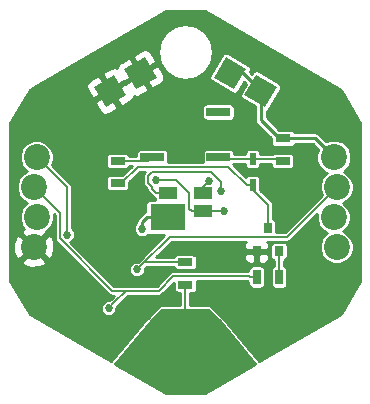
<source format=gbl>
%TF.GenerationSoftware,KiCad,Pcbnew,4.0.7-e2-6376~60~ubuntu17.10.1*%
%TF.CreationDate,2017-11-05T00:08:28+01:00*%
%TF.ProjectId,blinker,626C696E6B65722E6B696361645F7063,rev?*%
%TF.FileFunction,Copper,L2,Bot,Signal*%
%FSLAX46Y46*%
G04 Gerber Fmt 4.6, Leading zero omitted, Abs format (unit mm)*
G04 Created by KiCad (PCBNEW 4.0.7-e2-6376~60~ubuntu17.10.1) date Sun Nov  5 00:08:28 2017*
%MOMM*%
%LPD*%
G01*
G04 APERTURE LIST*
%ADD10C,0.127000*%
%ADD11R,4.064000X4.064000*%
%ADD12R,0.600000X1.100000*%
%ADD13C,2.200000*%
%ADD14R,2.000000X0.700000*%
%ADD15R,1.500000X1.100000*%
%ADD16R,3.000000X2.200000*%
%ADD17R,0.800000X0.900000*%
%ADD18R,1.300000X0.700000*%
%ADD19R,0.700000X1.300000*%
%ADD20C,0.685800*%
%ADD21C,0.200000*%
%ADD22C,0.254000*%
G04 APERTURE END LIST*
D10*
D11*
X0Y-11430000D03*
D12*
X5715000Y1440000D03*
X5715000Y3640000D03*
D13*
X12827000Y-3810000D03*
D14*
X-2800000Y3815000D03*
X2800000Y3815000D03*
X2800000Y7615000D03*
D13*
X-12827000Y1270000D03*
X12573000Y-1270000D03*
X-12827000Y-3810000D03*
D10*
G36*
X-7745063Y9776025D02*
X-6013013Y10776025D01*
X-5013013Y9043975D01*
X-6745063Y8043975D01*
X-7745063Y9776025D01*
X-7745063Y9776025D01*
G37*
G36*
X-5146987Y11276025D02*
X-3414937Y12276025D01*
X-2414937Y10543975D01*
X-4146987Y9543975D01*
X-5146987Y11276025D01*
X-5146987Y11276025D01*
G37*
D15*
X-1500000Y-750000D03*
D16*
X-1500000Y-1300000D03*
D15*
X1500000Y-750000D03*
X1500000Y750000D03*
X-1500000Y750000D03*
D17*
X7935000Y-4175000D03*
X6035000Y-4175000D03*
X6985000Y-2175000D03*
D18*
X8255000Y5395000D03*
X8255000Y3495000D03*
D19*
X7935000Y-6350000D03*
X6035000Y-6350000D03*
D18*
X0Y-5100000D03*
X0Y-7000000D03*
X-5715000Y1590000D03*
X-5715000Y3490000D03*
D13*
X-12573000Y-1270000D03*
X-12573000Y3810000D03*
X12827000Y1270000D03*
X12573000Y3810000D03*
D10*
G36*
X6745063Y8043975D02*
X5013013Y9043975D01*
X6013013Y10776025D01*
X7745063Y9776025D01*
X6745063Y8043975D01*
X6745063Y8043975D01*
G37*
G36*
X4146987Y9543975D02*
X2414937Y10543975D01*
X3414937Y12276025D01*
X5146987Y11276025D01*
X4146987Y9543975D01*
X4146987Y9543975D01*
G37*
D20*
X-6500000Y-9000000D03*
X-3648271Y-2250000D03*
X-2500000Y1907091D03*
X3250000Y-750000D03*
X2000000Y1750000D03*
X3004999Y954999D03*
X-10000000Y-2750000D03*
X-4095130Y-5707580D03*
D21*
X-5715000Y3490000D02*
X-3125000Y3490000D01*
X-3125000Y3490000D02*
X-2800000Y3815000D01*
X5715000Y3640000D02*
X8110000Y3640000D01*
X8110000Y3640000D02*
X8255000Y3495000D01*
X5715000Y3640000D02*
X2975000Y3640000D01*
X2975000Y3640000D02*
X2800000Y3815000D01*
X6035000Y-6350000D02*
X5485000Y-6350000D01*
X-2250000Y-7500000D02*
X-5000000Y-7500000D01*
X5485000Y-6350000D02*
X5385000Y-6250000D01*
X5385000Y-6250000D02*
X-1000000Y-6250000D01*
X-1000000Y-6250000D02*
X-2250000Y-7500000D01*
X-5000000Y-7500000D02*
X-6000000Y-8500000D01*
X-6000000Y-8500000D02*
X-6500000Y-9000000D01*
X-12827000Y1270000D02*
X-10642902Y-914098D01*
X-10642902Y-3058594D02*
X-6201496Y-7500000D01*
X-10642902Y-914098D02*
X-10642902Y-3058594D01*
X-6201496Y-7500000D02*
X-5000000Y-7500000D01*
D22*
X6379038Y9410000D02*
X4879038Y10910000D01*
X4879038Y10910000D02*
X3780962Y10910000D01*
X8255000Y5395000D02*
X7955000Y5395000D01*
X6379038Y8155300D02*
X6379038Y9410000D01*
X7955000Y5395000D02*
X6379038Y6970962D01*
X6379038Y6970962D02*
X6379038Y8155300D01*
X8255000Y5395000D02*
X10988000Y5395000D01*
X10988000Y5395000D02*
X12573000Y3810000D01*
X-1500000Y-1300000D02*
X-3254000Y-1300000D01*
X-3254000Y-1300000D02*
X-3648271Y-1694271D01*
X-3648271Y-1694271D02*
X-3648271Y-2250000D01*
D21*
X5715000Y1440000D02*
X5715000Y1035000D01*
X5715000Y1035000D02*
X7000000Y-250000D01*
X7000000Y-250000D02*
X7000000Y-2110000D01*
X7000000Y-2110000D02*
X6985000Y-2125000D01*
X6985000Y-2125000D02*
X6985000Y-2175000D01*
X-4005000Y3000000D02*
X3655000Y3000000D01*
X3655000Y3000000D02*
X5215000Y1440000D01*
X5215000Y1440000D02*
X5715000Y1440000D01*
X-5715000Y1590000D02*
X-5415000Y1590000D01*
X-5415000Y1590000D02*
X-4005000Y3000000D01*
X0Y-7000000D02*
X0Y-11430000D01*
X1500000Y-750000D02*
X550000Y-750000D01*
X-2015067Y1907091D02*
X-2500000Y1907091D01*
X-817089Y1907091D02*
X-2015067Y1907091D01*
X354001Y736001D02*
X-817089Y1907091D01*
X354001Y-554001D02*
X354001Y736001D01*
X550000Y-750000D02*
X354001Y-554001D01*
X3250000Y-750000D02*
X1500000Y-750000D01*
X1500000Y1250000D02*
X2000000Y1750000D01*
X1500000Y750000D02*
X1500000Y1250000D01*
X3004999Y1696497D02*
X3004999Y1439932D01*
X3004999Y1439932D02*
X3004999Y954999D01*
X-3142901Y2215684D02*
X-2808593Y2549992D01*
X-3142901Y1598498D02*
X-3142901Y2215684D01*
X-2808593Y1264190D02*
X-3142901Y1598498D01*
X2151504Y2549992D02*
X3004999Y1696497D01*
X-2808593Y2549992D02*
X2151504Y2549992D01*
X-2808593Y1108593D02*
X-2808593Y1264190D01*
X-2450000Y750000D02*
X-2808593Y1108593D01*
X-1500000Y750000D02*
X-2450000Y750000D01*
X-10000000Y-2265067D02*
X-10000000Y-2750000D01*
X-10000000Y1237000D02*
X-10000000Y-2265067D01*
X-12573000Y3810000D02*
X-10000000Y1237000D01*
X0Y-5100000D02*
X-3487550Y-5100000D01*
X-3487550Y-5100000D02*
X-4095130Y-5707580D01*
X-3752231Y-5364681D02*
X-4095130Y-5707580D01*
X-1312551Y-2925001D02*
X-3752231Y-5364681D01*
X8631999Y-2925001D02*
X-1312551Y-2925001D01*
X12827000Y1270000D02*
X8631999Y-2925001D01*
X7935000Y-4175000D02*
X7935000Y-6350000D01*
D22*
G36*
X13180648Y9499137D02*
X14812100Y6658536D01*
X14812100Y-6658536D01*
X13180648Y-9499137D01*
X6269148Y-13486541D01*
X3214641Y-9821132D01*
X3197566Y-9802434D01*
X2197566Y-8802434D01*
X2108702Y-8742613D01*
X2000000Y-8720600D01*
X427000Y-8720600D01*
X427000Y-7683406D01*
X650000Y-7683406D01*
X771179Y-7660605D01*
X882474Y-7588988D01*
X957138Y-7479714D01*
X983406Y-7350000D01*
X983406Y-6677000D01*
X5220577Y-6677000D01*
X5321594Y-6744497D01*
X5351594Y-6750464D01*
X5351594Y-7000000D01*
X5374395Y-7121179D01*
X5446012Y-7232474D01*
X5555286Y-7307138D01*
X5685000Y-7333406D01*
X6385000Y-7333406D01*
X6506179Y-7310605D01*
X6617474Y-7238988D01*
X6692138Y-7129714D01*
X6718406Y-7000000D01*
X6718406Y-5700000D01*
X6695605Y-5578821D01*
X6623988Y-5467526D01*
X6514714Y-5392862D01*
X6385000Y-5366594D01*
X5685000Y-5366594D01*
X5563821Y-5389395D01*
X5452526Y-5461012D01*
X5377862Y-5570286D01*
X5351594Y-5700000D01*
X5351594Y-5823000D01*
X-999995Y-5823000D01*
X-1000000Y-5822999D01*
X-1163406Y-5855503D01*
X-1301935Y-5948065D01*
X-2426870Y-7073000D01*
X-4999995Y-7073000D01*
X-5000000Y-7072999D01*
X-5000005Y-7073000D01*
X-6024627Y-7073000D01*
X-9733082Y-3364545D01*
X-9621028Y-3318245D01*
X-9432418Y-3129963D01*
X-9330217Y-2883836D01*
X-9329984Y-2617333D01*
X-9431755Y-2371028D01*
X-9573000Y-2229537D01*
X-9573000Y1237000D01*
X-9605503Y1400406D01*
X-9698065Y1538935D01*
X-9698068Y1538937D01*
X-11304037Y3144907D01*
X-11146248Y3524907D01*
X-11145973Y3840000D01*
X-6698406Y3840000D01*
X-6698406Y3140000D01*
X-6675605Y3018821D01*
X-6603988Y2907526D01*
X-6494714Y2832862D01*
X-6365000Y2806594D01*
X-5065000Y2806594D01*
X-4943821Y2829395D01*
X-4832526Y2901012D01*
X-4757862Y3010286D01*
X-4747187Y3063000D01*
X-4545870Y3063000D01*
X-5335464Y2273406D01*
X-6365000Y2273406D01*
X-6486179Y2250605D01*
X-6597474Y2178988D01*
X-6672138Y2069714D01*
X-6698406Y1940000D01*
X-6698406Y1240000D01*
X-6675605Y1118821D01*
X-6603988Y1007526D01*
X-6494714Y932862D01*
X-6365000Y906594D01*
X-5065000Y906594D01*
X-4943821Y929395D01*
X-4832526Y1001012D01*
X-4757862Y1110286D01*
X-4731594Y1240000D01*
X-4731594Y1669536D01*
X-3828130Y2573000D01*
X-3389455Y2573000D01*
X-3444836Y2517619D01*
X-3537398Y2379090D01*
X-3569902Y2215684D01*
X-3569901Y2215679D01*
X-3569901Y1598503D01*
X-3569902Y1598498D01*
X-3537398Y1435092D01*
X-3444836Y1296563D01*
X-3230312Y1082039D01*
X-3203090Y945187D01*
X-3110528Y806658D01*
X-2751935Y448065D01*
X-2613406Y355503D01*
X-2583406Y349536D01*
X-2583406Y200000D01*
X-2581235Y188464D01*
X-3000000Y188464D01*
X-3141190Y161897D01*
X-3270865Y78454D01*
X-3357859Y-48866D01*
X-3388464Y-200000D01*
X-3388464Y-818746D01*
X-3416150Y-824254D01*
X-3448404Y-830669D01*
X-3613211Y-940790D01*
X-4007481Y-1335061D01*
X-4117602Y-1499868D01*
X-4156271Y-1694271D01*
X-4156271Y-1734257D01*
X-4261606Y-1839408D01*
X-4372045Y-2105376D01*
X-4372296Y-2393361D01*
X-4262321Y-2659521D01*
X-4058863Y-2863335D01*
X-3792895Y-2973774D01*
X-3504910Y-2974025D01*
X-3238750Y-2864050D01*
X-3135537Y-2761017D01*
X-3000000Y-2788464D01*
X-1779883Y-2788464D01*
X-3789485Y-4798065D01*
X-4029158Y-5037738D01*
X-4227797Y-5037564D01*
X-4474102Y-5139335D01*
X-4662712Y-5327617D01*
X-4764913Y-5573744D01*
X-4765146Y-5840247D01*
X-4663375Y-6086552D01*
X-4475093Y-6275162D01*
X-4228966Y-6377363D01*
X-3962463Y-6377596D01*
X-3716158Y-6275825D01*
X-3527548Y-6087543D01*
X-3425347Y-5841416D01*
X-3425172Y-5641492D01*
X-3310680Y-5527000D01*
X-968918Y-5527000D01*
X-960605Y-5571179D01*
X-888988Y-5682474D01*
X-779714Y-5757138D01*
X-650000Y-5783406D01*
X650000Y-5783406D01*
X771179Y-5760605D01*
X882474Y-5688988D01*
X957138Y-5579714D01*
X983406Y-5450000D01*
X983406Y-4750000D01*
X960605Y-4628821D01*
X888988Y-4517526D01*
X805894Y-4460750D01*
X5000000Y-4460750D01*
X5000000Y-4751309D01*
X5096673Y-4984698D01*
X5275301Y-5163327D01*
X5508690Y-5260000D01*
X5749250Y-5260000D01*
X5908000Y-5101250D01*
X5908000Y-4302000D01*
X6162000Y-4302000D01*
X6162000Y-5101250D01*
X6320750Y-5260000D01*
X6561310Y-5260000D01*
X6794699Y-5163327D01*
X6973327Y-4984698D01*
X7070000Y-4751309D01*
X7070000Y-4460750D01*
X6911250Y-4302000D01*
X6162000Y-4302000D01*
X5908000Y-4302000D01*
X5158750Y-4302000D01*
X5000000Y-4460750D01*
X805894Y-4460750D01*
X779714Y-4442862D01*
X650000Y-4416594D01*
X-650000Y-4416594D01*
X-771179Y-4439395D01*
X-882474Y-4511012D01*
X-957138Y-4620286D01*
X-967813Y-4673000D01*
X-2456680Y-4673000D01*
X-1135682Y-3352001D01*
X5109974Y-3352001D01*
X5096673Y-3365302D01*
X5000000Y-3598691D01*
X5000000Y-3889250D01*
X5158750Y-4048000D01*
X5908000Y-4048000D01*
X5908000Y-4028000D01*
X6162000Y-4028000D01*
X6162000Y-4048000D01*
X6911250Y-4048000D01*
X7070000Y-3889250D01*
X7070000Y-3725000D01*
X7201594Y-3725000D01*
X7201594Y-4625000D01*
X7224395Y-4746179D01*
X7296012Y-4857474D01*
X7405286Y-4932138D01*
X7508000Y-4952938D01*
X7508000Y-5381082D01*
X7463821Y-5389395D01*
X7352526Y-5461012D01*
X7277862Y-5570286D01*
X7251594Y-5700000D01*
X7251594Y-7000000D01*
X7274395Y-7121179D01*
X7346012Y-7232474D01*
X7455286Y-7307138D01*
X7585000Y-7333406D01*
X8285000Y-7333406D01*
X8406179Y-7310605D01*
X8517474Y-7238988D01*
X8592138Y-7129714D01*
X8618406Y-7000000D01*
X8618406Y-5700000D01*
X8595605Y-5578821D01*
X8523988Y-5467526D01*
X8414714Y-5392862D01*
X8362000Y-5382187D01*
X8362000Y-4953326D01*
X8456179Y-4935605D01*
X8567474Y-4863988D01*
X8642138Y-4754714D01*
X8668406Y-4625000D01*
X8668406Y-3725000D01*
X8645605Y-3603821D01*
X8573988Y-3492526D01*
X8464714Y-3417862D01*
X8335000Y-3391594D01*
X7535000Y-3391594D01*
X7413821Y-3414395D01*
X7302526Y-3486012D01*
X7227862Y-3595286D01*
X7201594Y-3725000D01*
X7070000Y-3725000D01*
X7070000Y-3598691D01*
X6973327Y-3365302D01*
X6960026Y-3352001D01*
X8631994Y-3352001D01*
X8631999Y-3352002D01*
X8795405Y-3319498D01*
X8933934Y-3226936D01*
X11146222Y-1014647D01*
X11145752Y-1552603D01*
X11362543Y-2077275D01*
X11763614Y-2479047D01*
X12036805Y-2592486D01*
X12019725Y-2599543D01*
X11617953Y-3000614D01*
X11400248Y-3524907D01*
X11399752Y-4092603D01*
X11616543Y-4617275D01*
X12017614Y-5019047D01*
X12541907Y-5236752D01*
X13109603Y-5237248D01*
X13634275Y-5020457D01*
X14036047Y-4619386D01*
X14253752Y-4095093D01*
X14254248Y-3527397D01*
X14037457Y-3002725D01*
X13636386Y-2600953D01*
X13363195Y-2487514D01*
X13380275Y-2480457D01*
X13782047Y-2079386D01*
X13999752Y-1555093D01*
X14000248Y-987397D01*
X13783457Y-462725D01*
X13382386Y-60953D01*
X13362569Y-52724D01*
X13634275Y59543D01*
X14036047Y460614D01*
X14253752Y984907D01*
X14254248Y1552603D01*
X14037457Y2077275D01*
X13636386Y2479047D01*
X13424245Y2567135D01*
X13827799Y2969985D01*
X14053743Y3514118D01*
X14054257Y4103297D01*
X13829263Y4647823D01*
X13413015Y5064799D01*
X12868882Y5290743D01*
X12279703Y5291257D01*
X11947448Y5153972D01*
X11347210Y5754210D01*
X11182403Y5864331D01*
X10988000Y5903000D01*
X9256080Y5903000D01*
X9183454Y6015865D01*
X9056134Y6102859D01*
X8905000Y6133464D01*
X7934956Y6133464D01*
X6887038Y7181382D01*
X6887038Y7689790D01*
X6979410Y7734160D01*
X7081483Y7849743D01*
X8081483Y9581793D01*
X8129070Y9717350D01*
X8121644Y9871374D01*
X8054878Y10010372D01*
X7939295Y10112445D01*
X6207245Y11112445D01*
X6071688Y11160032D01*
X5917664Y11152606D01*
X5778666Y11085840D01*
X5676593Y10970257D01*
X5625572Y10881886D01*
X5462272Y11045186D01*
X5483407Y11081793D01*
X5530994Y11217350D01*
X5523568Y11371374D01*
X5456802Y11510372D01*
X5341219Y11612445D01*
X3609169Y12612445D01*
X3473612Y12660032D01*
X3319588Y12652606D01*
X3180590Y12585840D01*
X3078517Y12470257D01*
X2078517Y10738207D01*
X2030930Y10602650D01*
X2038356Y10448626D01*
X2105122Y10309628D01*
X2220705Y10207555D01*
X3952755Y9207555D01*
X4088312Y9159968D01*
X4242336Y9167394D01*
X4381334Y9234160D01*
X4483407Y9349743D01*
X4936352Y10134266D01*
X5099652Y9970966D01*
X4676593Y9238207D01*
X4629006Y9102650D01*
X4636432Y8948626D01*
X4703198Y8809628D01*
X4818781Y8707555D01*
X5871038Y8100034D01*
X5871038Y6970962D01*
X5909707Y6776559D01*
X6019828Y6611752D01*
X7216536Y5415044D01*
X7216536Y5045000D01*
X7243103Y4903810D01*
X7326546Y4774135D01*
X7453866Y4687141D01*
X7605000Y4656536D01*
X8905000Y4656536D01*
X9046190Y4683103D01*
X9175865Y4766546D01*
X9258168Y4887000D01*
X10777580Y4887000D01*
X11229113Y4435467D01*
X11092257Y4105882D01*
X11091743Y3516703D01*
X11316737Y2972177D01*
X11732985Y2555201D01*
X11988369Y2449156D01*
X11617953Y2079386D01*
X11400248Y1555093D01*
X11399752Y987397D01*
X11557866Y604735D01*
X8455129Y-2498001D01*
X7718406Y-2498001D01*
X7718406Y-1725000D01*
X7695605Y-1603821D01*
X7623988Y-1492526D01*
X7514714Y-1417862D01*
X7427000Y-1400099D01*
X7427000Y-250000D01*
X7394497Y-86594D01*
X7301935Y51935D01*
X7301932Y51937D01*
X6348406Y1005464D01*
X6348406Y1990000D01*
X6325605Y2111179D01*
X6253988Y2222474D01*
X6144714Y2297138D01*
X6015000Y2323406D01*
X5415000Y2323406D01*
X5293821Y2300605D01*
X5182526Y2228988D01*
X5120565Y2138305D01*
X4045870Y3213000D01*
X5081594Y3213000D01*
X5081594Y3090000D01*
X5104395Y2968821D01*
X5176012Y2857526D01*
X5285286Y2782862D01*
X5415000Y2756594D01*
X6015000Y2756594D01*
X6136179Y2779395D01*
X6247474Y2851012D01*
X6322138Y2960286D01*
X6348406Y3090000D01*
X6348406Y3213000D01*
X7271594Y3213000D01*
X7271594Y3145000D01*
X7294395Y3023821D01*
X7366012Y2912526D01*
X7475286Y2837862D01*
X7605000Y2811594D01*
X8905000Y2811594D01*
X9026179Y2834395D01*
X9137474Y2906012D01*
X9212138Y3015286D01*
X9238406Y3145000D01*
X9238406Y3845000D01*
X9215605Y3966179D01*
X9143988Y4077474D01*
X9034714Y4152138D01*
X8905000Y4178406D01*
X7605000Y4178406D01*
X7483821Y4155605D01*
X7372526Y4083988D01*
X7360919Y4067000D01*
X6348406Y4067000D01*
X6348406Y4190000D01*
X6325605Y4311179D01*
X6253988Y4422474D01*
X6144714Y4497138D01*
X6015000Y4523406D01*
X5415000Y4523406D01*
X5293821Y4500605D01*
X5182526Y4428988D01*
X5107862Y4319714D01*
X5081594Y4190000D01*
X5081594Y4067000D01*
X4133406Y4067000D01*
X4133406Y4165000D01*
X4110605Y4286179D01*
X4038988Y4397474D01*
X3929714Y4472138D01*
X3800000Y4498406D01*
X1800000Y4498406D01*
X1678821Y4475605D01*
X1567526Y4403988D01*
X1492862Y4294714D01*
X1466594Y4165000D01*
X1466594Y3465000D01*
X1473744Y3427000D01*
X-1474289Y3427000D01*
X-1466594Y3465000D01*
X-1466594Y4165000D01*
X-1489395Y4286179D01*
X-1561012Y4397474D01*
X-1670286Y4472138D01*
X-1800000Y4498406D01*
X-3800000Y4498406D01*
X-3921179Y4475605D01*
X-4032474Y4403988D01*
X-4107138Y4294714D01*
X-4133406Y4165000D01*
X-4133406Y3917000D01*
X-4746082Y3917000D01*
X-4754395Y3961179D01*
X-4826012Y4072474D01*
X-4935286Y4147138D01*
X-5065000Y4173406D01*
X-6365000Y4173406D01*
X-6486179Y4150605D01*
X-6597474Y4078988D01*
X-6672138Y3969714D01*
X-6698406Y3840000D01*
X-11145973Y3840000D01*
X-11145752Y4092603D01*
X-11362543Y4617275D01*
X-11763614Y5019047D01*
X-12287907Y5236752D01*
X-12855603Y5237248D01*
X-13380275Y5020457D01*
X-13782047Y4619386D01*
X-13999752Y4095093D01*
X-14000248Y3527397D01*
X-13783457Y3002725D01*
X-13382386Y2600953D01*
X-13362569Y2592724D01*
X-13634275Y2480457D01*
X-14036047Y2079386D01*
X-14253752Y1555093D01*
X-14254248Y987397D01*
X-14037457Y462725D01*
X-13636386Y60953D01*
X-13363195Y-52486D01*
X-13380275Y-59543D01*
X-13782047Y-460614D01*
X-13999752Y-984907D01*
X-14000248Y-1552603D01*
X-13783457Y-2077275D01*
X-13614117Y-2246911D01*
X-13761359Y-2307901D01*
X-13872263Y-2585132D01*
X-12827000Y-3630395D01*
X-11781737Y-2585132D01*
X-11815400Y-2500983D01*
X-11765725Y-2480457D01*
X-11363953Y-2079386D01*
X-11146248Y-1555093D01*
X-11145776Y-1015094D01*
X-11069902Y-1090968D01*
X-11069902Y-3058589D01*
X-11069903Y-3058594D01*
X-11037399Y-3222000D01*
X-10944837Y-3360529D01*
X-6503433Y-7801932D01*
X-6503431Y-7801935D01*
X-6364902Y-7894497D01*
X-6201496Y-7927001D01*
X-6201491Y-7927000D01*
X-6030870Y-7927000D01*
X-6301935Y-8198065D01*
X-6301937Y-8198068D01*
X-6434027Y-8330158D01*
X-6632667Y-8329984D01*
X-6878972Y-8431755D01*
X-7067582Y-8620037D01*
X-7169783Y-8866164D01*
X-7170016Y-9132667D01*
X-7068245Y-9378972D01*
X-6879963Y-9567582D01*
X-6633836Y-9669783D01*
X-6367333Y-9670016D01*
X-6121028Y-9568245D01*
X-5932418Y-9379963D01*
X-5830217Y-9133836D01*
X-5830042Y-8933911D01*
X-5698068Y-8801937D01*
X-5698065Y-8801935D01*
X-4823131Y-7927000D01*
X-2250005Y-7927000D01*
X-2250000Y-7927001D01*
X-2086594Y-7894497D01*
X-1948065Y-7801935D01*
X-983406Y-6837276D01*
X-983406Y-7350000D01*
X-960605Y-7471179D01*
X-888988Y-7582474D01*
X-779714Y-7657138D01*
X-650000Y-7683406D01*
X-427000Y-7683406D01*
X-427000Y-8720600D01*
X-2000000Y-8720600D01*
X-2105136Y-8741136D01*
X-2197566Y-8802434D01*
X-3197566Y-9802434D01*
X-3214641Y-9821132D01*
X-6269148Y-13486541D01*
X-13180648Y-9499137D01*
X-14812100Y-6658536D01*
X-14812100Y-5034868D01*
X-13872263Y-5034868D01*
X-13761359Y-5312099D01*
X-13115407Y-5555323D01*
X-12425547Y-5532836D01*
X-11892641Y-5312099D01*
X-11781737Y-5034868D01*
X-12827000Y-3989605D01*
X-13872263Y-5034868D01*
X-14812100Y-5034868D01*
X-14812100Y-3521593D01*
X-14572323Y-3521593D01*
X-14549836Y-4211453D01*
X-14329099Y-4744359D01*
X-14051868Y-4855263D01*
X-13006605Y-3810000D01*
X-12647395Y-3810000D01*
X-11602132Y-4855263D01*
X-11324901Y-4744359D01*
X-11081677Y-4098407D01*
X-11104164Y-3408547D01*
X-11324901Y-2875641D01*
X-11602132Y-2764737D01*
X-12647395Y-3810000D01*
X-13006605Y-3810000D01*
X-14051868Y-2764737D01*
X-14329099Y-2875641D01*
X-14572323Y-3521593D01*
X-14812100Y-3521593D01*
X-14812100Y6658536D01*
X-13843489Y8345033D01*
X-7652115Y8345033D01*
X-7231835Y7617088D01*
X-7031419Y7463303D01*
X-6787408Y7397920D01*
X-6536951Y7430893D01*
X-6318177Y7557203D01*
X-5809005Y7851173D01*
X-5778505Y7965000D01*
X1411536Y7965000D01*
X1411536Y7265000D01*
X1438103Y7123810D01*
X1521546Y6994135D01*
X1648866Y6907141D01*
X1800000Y6876536D01*
X3800000Y6876536D01*
X3941190Y6903103D01*
X4070865Y6986546D01*
X4157859Y7113866D01*
X4188464Y7265000D01*
X4188464Y7965000D01*
X4161897Y8106190D01*
X4078454Y8235865D01*
X3951134Y8322859D01*
X3800000Y8353464D01*
X1800000Y8353464D01*
X1658810Y8326897D01*
X1529135Y8243454D01*
X1442141Y8116134D01*
X1411536Y7965000D01*
X-5778505Y7965000D01*
X-5750898Y8068030D01*
X-6425523Y9236515D01*
X-7594008Y8561890D01*
X-7652115Y8345033D01*
X-13843489Y8345033D01*
X-13180648Y9499137D01*
X-12627311Y9818370D01*
X-8391117Y9818370D01*
X-8358144Y9567912D01*
X-7937865Y8839967D01*
X-7721008Y8781860D01*
X-6713552Y9363515D01*
X-6205553Y9363515D01*
X-5530928Y8195030D01*
X-5314071Y8136923D01*
X-4804899Y8430894D01*
X-4586125Y8557203D01*
X-4432341Y8757619D01*
X-4380988Y8949274D01*
X-4189332Y8897920D01*
X-3938875Y8930893D01*
X-3720101Y9057203D01*
X-3210929Y9351173D01*
X-3152822Y9568030D01*
X-3827447Y10736515D01*
X-4995932Y10061890D01*
X-5004625Y10029447D01*
X-5037068Y10038140D01*
X-6205553Y9363515D01*
X-6713552Y9363515D01*
X-6552523Y9456485D01*
X-7227148Y10624970D01*
X-7444005Y10683077D01*
X-7953177Y10389106D01*
X-8171951Y10262797D01*
X-8325735Y10062381D01*
X-8391117Y9818370D01*
X-12627311Y9818370D01*
X-11009071Y10751970D01*
X-7007178Y10751970D01*
X-6332553Y9583485D01*
X-5164068Y10258110D01*
X-5155375Y10290553D01*
X-5122932Y10281860D01*
X-4115476Y10863515D01*
X-3607477Y10863515D01*
X-2932852Y9695030D01*
X-2715995Y9636923D01*
X-2206823Y9930894D01*
X-1988049Y10057203D01*
X-1834265Y10257619D01*
X-1768883Y10501630D01*
X-1801856Y10752088D01*
X-2222135Y11480033D01*
X-2438992Y11538140D01*
X-3607477Y10863515D01*
X-4115476Y10863515D01*
X-3954447Y10956485D01*
X-4629072Y12124970D01*
X-4845929Y12183077D01*
X-5355101Y11889106D01*
X-5573875Y11762797D01*
X-5727659Y11562381D01*
X-5779012Y11370726D01*
X-5970668Y11422080D01*
X-6221125Y11389107D01*
X-6439899Y11262797D01*
X-6949071Y10968827D01*
X-7007178Y10751970D01*
X-11009071Y10751970D01*
X-8409071Y12251970D01*
X-4409102Y12251970D01*
X-3734477Y11083485D01*
X-2565992Y11758110D01*
X-2507885Y11974967D01*
X-2926483Y12700000D01*
X-2345398Y12700000D01*
X-2166865Y11802455D01*
X-1658447Y11041553D01*
X-897545Y10533135D01*
X0Y10354602D01*
X897545Y10533135D01*
X1658447Y11041553D01*
X2166865Y11802455D01*
X2345398Y12700000D01*
X2166865Y13597545D01*
X1658447Y14358447D01*
X897545Y14866865D01*
X0Y15045398D01*
X-897545Y14866865D01*
X-1658447Y14358447D01*
X-2166865Y13597545D01*
X-2345398Y12700000D01*
X-2926483Y12700000D01*
X-2928165Y12702912D01*
X-3128581Y12856697D01*
X-3372592Y12922080D01*
X-3623049Y12889107D01*
X-3841823Y12762797D01*
X-4350995Y12468827D01*
X-4409102Y12251970D01*
X-8409071Y12251970D01*
X-1640179Y16157100D01*
X1640179Y16157100D01*
X13180648Y9499137D01*
X13180648Y9499137D01*
G37*
X13180648Y9499137D02*
X14812100Y6658536D01*
X14812100Y-6658536D01*
X13180648Y-9499137D01*
X6269148Y-13486541D01*
X3214641Y-9821132D01*
X3197566Y-9802434D01*
X2197566Y-8802434D01*
X2108702Y-8742613D01*
X2000000Y-8720600D01*
X427000Y-8720600D01*
X427000Y-7683406D01*
X650000Y-7683406D01*
X771179Y-7660605D01*
X882474Y-7588988D01*
X957138Y-7479714D01*
X983406Y-7350000D01*
X983406Y-6677000D01*
X5220577Y-6677000D01*
X5321594Y-6744497D01*
X5351594Y-6750464D01*
X5351594Y-7000000D01*
X5374395Y-7121179D01*
X5446012Y-7232474D01*
X5555286Y-7307138D01*
X5685000Y-7333406D01*
X6385000Y-7333406D01*
X6506179Y-7310605D01*
X6617474Y-7238988D01*
X6692138Y-7129714D01*
X6718406Y-7000000D01*
X6718406Y-5700000D01*
X6695605Y-5578821D01*
X6623988Y-5467526D01*
X6514714Y-5392862D01*
X6385000Y-5366594D01*
X5685000Y-5366594D01*
X5563821Y-5389395D01*
X5452526Y-5461012D01*
X5377862Y-5570286D01*
X5351594Y-5700000D01*
X5351594Y-5823000D01*
X-999995Y-5823000D01*
X-1000000Y-5822999D01*
X-1163406Y-5855503D01*
X-1301935Y-5948065D01*
X-2426870Y-7073000D01*
X-4999995Y-7073000D01*
X-5000000Y-7072999D01*
X-5000005Y-7073000D01*
X-6024627Y-7073000D01*
X-9733082Y-3364545D01*
X-9621028Y-3318245D01*
X-9432418Y-3129963D01*
X-9330217Y-2883836D01*
X-9329984Y-2617333D01*
X-9431755Y-2371028D01*
X-9573000Y-2229537D01*
X-9573000Y1237000D01*
X-9605503Y1400406D01*
X-9698065Y1538935D01*
X-9698068Y1538937D01*
X-11304037Y3144907D01*
X-11146248Y3524907D01*
X-11145973Y3840000D01*
X-6698406Y3840000D01*
X-6698406Y3140000D01*
X-6675605Y3018821D01*
X-6603988Y2907526D01*
X-6494714Y2832862D01*
X-6365000Y2806594D01*
X-5065000Y2806594D01*
X-4943821Y2829395D01*
X-4832526Y2901012D01*
X-4757862Y3010286D01*
X-4747187Y3063000D01*
X-4545870Y3063000D01*
X-5335464Y2273406D01*
X-6365000Y2273406D01*
X-6486179Y2250605D01*
X-6597474Y2178988D01*
X-6672138Y2069714D01*
X-6698406Y1940000D01*
X-6698406Y1240000D01*
X-6675605Y1118821D01*
X-6603988Y1007526D01*
X-6494714Y932862D01*
X-6365000Y906594D01*
X-5065000Y906594D01*
X-4943821Y929395D01*
X-4832526Y1001012D01*
X-4757862Y1110286D01*
X-4731594Y1240000D01*
X-4731594Y1669536D01*
X-3828130Y2573000D01*
X-3389455Y2573000D01*
X-3444836Y2517619D01*
X-3537398Y2379090D01*
X-3569902Y2215684D01*
X-3569901Y2215679D01*
X-3569901Y1598503D01*
X-3569902Y1598498D01*
X-3537398Y1435092D01*
X-3444836Y1296563D01*
X-3230312Y1082039D01*
X-3203090Y945187D01*
X-3110528Y806658D01*
X-2751935Y448065D01*
X-2613406Y355503D01*
X-2583406Y349536D01*
X-2583406Y200000D01*
X-2581235Y188464D01*
X-3000000Y188464D01*
X-3141190Y161897D01*
X-3270865Y78454D01*
X-3357859Y-48866D01*
X-3388464Y-200000D01*
X-3388464Y-818746D01*
X-3416150Y-824254D01*
X-3448404Y-830669D01*
X-3613211Y-940790D01*
X-4007481Y-1335061D01*
X-4117602Y-1499868D01*
X-4156271Y-1694271D01*
X-4156271Y-1734257D01*
X-4261606Y-1839408D01*
X-4372045Y-2105376D01*
X-4372296Y-2393361D01*
X-4262321Y-2659521D01*
X-4058863Y-2863335D01*
X-3792895Y-2973774D01*
X-3504910Y-2974025D01*
X-3238750Y-2864050D01*
X-3135537Y-2761017D01*
X-3000000Y-2788464D01*
X-1779883Y-2788464D01*
X-3789485Y-4798065D01*
X-4029158Y-5037738D01*
X-4227797Y-5037564D01*
X-4474102Y-5139335D01*
X-4662712Y-5327617D01*
X-4764913Y-5573744D01*
X-4765146Y-5840247D01*
X-4663375Y-6086552D01*
X-4475093Y-6275162D01*
X-4228966Y-6377363D01*
X-3962463Y-6377596D01*
X-3716158Y-6275825D01*
X-3527548Y-6087543D01*
X-3425347Y-5841416D01*
X-3425172Y-5641492D01*
X-3310680Y-5527000D01*
X-968918Y-5527000D01*
X-960605Y-5571179D01*
X-888988Y-5682474D01*
X-779714Y-5757138D01*
X-650000Y-5783406D01*
X650000Y-5783406D01*
X771179Y-5760605D01*
X882474Y-5688988D01*
X957138Y-5579714D01*
X983406Y-5450000D01*
X983406Y-4750000D01*
X960605Y-4628821D01*
X888988Y-4517526D01*
X805894Y-4460750D01*
X5000000Y-4460750D01*
X5000000Y-4751309D01*
X5096673Y-4984698D01*
X5275301Y-5163327D01*
X5508690Y-5260000D01*
X5749250Y-5260000D01*
X5908000Y-5101250D01*
X5908000Y-4302000D01*
X6162000Y-4302000D01*
X6162000Y-5101250D01*
X6320750Y-5260000D01*
X6561310Y-5260000D01*
X6794699Y-5163327D01*
X6973327Y-4984698D01*
X7070000Y-4751309D01*
X7070000Y-4460750D01*
X6911250Y-4302000D01*
X6162000Y-4302000D01*
X5908000Y-4302000D01*
X5158750Y-4302000D01*
X5000000Y-4460750D01*
X805894Y-4460750D01*
X779714Y-4442862D01*
X650000Y-4416594D01*
X-650000Y-4416594D01*
X-771179Y-4439395D01*
X-882474Y-4511012D01*
X-957138Y-4620286D01*
X-967813Y-4673000D01*
X-2456680Y-4673000D01*
X-1135682Y-3352001D01*
X5109974Y-3352001D01*
X5096673Y-3365302D01*
X5000000Y-3598691D01*
X5000000Y-3889250D01*
X5158750Y-4048000D01*
X5908000Y-4048000D01*
X5908000Y-4028000D01*
X6162000Y-4028000D01*
X6162000Y-4048000D01*
X6911250Y-4048000D01*
X7070000Y-3889250D01*
X7070000Y-3725000D01*
X7201594Y-3725000D01*
X7201594Y-4625000D01*
X7224395Y-4746179D01*
X7296012Y-4857474D01*
X7405286Y-4932138D01*
X7508000Y-4952938D01*
X7508000Y-5381082D01*
X7463821Y-5389395D01*
X7352526Y-5461012D01*
X7277862Y-5570286D01*
X7251594Y-5700000D01*
X7251594Y-7000000D01*
X7274395Y-7121179D01*
X7346012Y-7232474D01*
X7455286Y-7307138D01*
X7585000Y-7333406D01*
X8285000Y-7333406D01*
X8406179Y-7310605D01*
X8517474Y-7238988D01*
X8592138Y-7129714D01*
X8618406Y-7000000D01*
X8618406Y-5700000D01*
X8595605Y-5578821D01*
X8523988Y-5467526D01*
X8414714Y-5392862D01*
X8362000Y-5382187D01*
X8362000Y-4953326D01*
X8456179Y-4935605D01*
X8567474Y-4863988D01*
X8642138Y-4754714D01*
X8668406Y-4625000D01*
X8668406Y-3725000D01*
X8645605Y-3603821D01*
X8573988Y-3492526D01*
X8464714Y-3417862D01*
X8335000Y-3391594D01*
X7535000Y-3391594D01*
X7413821Y-3414395D01*
X7302526Y-3486012D01*
X7227862Y-3595286D01*
X7201594Y-3725000D01*
X7070000Y-3725000D01*
X7070000Y-3598691D01*
X6973327Y-3365302D01*
X6960026Y-3352001D01*
X8631994Y-3352001D01*
X8631999Y-3352002D01*
X8795405Y-3319498D01*
X8933934Y-3226936D01*
X11146222Y-1014647D01*
X11145752Y-1552603D01*
X11362543Y-2077275D01*
X11763614Y-2479047D01*
X12036805Y-2592486D01*
X12019725Y-2599543D01*
X11617953Y-3000614D01*
X11400248Y-3524907D01*
X11399752Y-4092603D01*
X11616543Y-4617275D01*
X12017614Y-5019047D01*
X12541907Y-5236752D01*
X13109603Y-5237248D01*
X13634275Y-5020457D01*
X14036047Y-4619386D01*
X14253752Y-4095093D01*
X14254248Y-3527397D01*
X14037457Y-3002725D01*
X13636386Y-2600953D01*
X13363195Y-2487514D01*
X13380275Y-2480457D01*
X13782047Y-2079386D01*
X13999752Y-1555093D01*
X14000248Y-987397D01*
X13783457Y-462725D01*
X13382386Y-60953D01*
X13362569Y-52724D01*
X13634275Y59543D01*
X14036047Y460614D01*
X14253752Y984907D01*
X14254248Y1552603D01*
X14037457Y2077275D01*
X13636386Y2479047D01*
X13424245Y2567135D01*
X13827799Y2969985D01*
X14053743Y3514118D01*
X14054257Y4103297D01*
X13829263Y4647823D01*
X13413015Y5064799D01*
X12868882Y5290743D01*
X12279703Y5291257D01*
X11947448Y5153972D01*
X11347210Y5754210D01*
X11182403Y5864331D01*
X10988000Y5903000D01*
X9256080Y5903000D01*
X9183454Y6015865D01*
X9056134Y6102859D01*
X8905000Y6133464D01*
X7934956Y6133464D01*
X6887038Y7181382D01*
X6887038Y7689790D01*
X6979410Y7734160D01*
X7081483Y7849743D01*
X8081483Y9581793D01*
X8129070Y9717350D01*
X8121644Y9871374D01*
X8054878Y10010372D01*
X7939295Y10112445D01*
X6207245Y11112445D01*
X6071688Y11160032D01*
X5917664Y11152606D01*
X5778666Y11085840D01*
X5676593Y10970257D01*
X5625572Y10881886D01*
X5462272Y11045186D01*
X5483407Y11081793D01*
X5530994Y11217350D01*
X5523568Y11371374D01*
X5456802Y11510372D01*
X5341219Y11612445D01*
X3609169Y12612445D01*
X3473612Y12660032D01*
X3319588Y12652606D01*
X3180590Y12585840D01*
X3078517Y12470257D01*
X2078517Y10738207D01*
X2030930Y10602650D01*
X2038356Y10448626D01*
X2105122Y10309628D01*
X2220705Y10207555D01*
X3952755Y9207555D01*
X4088312Y9159968D01*
X4242336Y9167394D01*
X4381334Y9234160D01*
X4483407Y9349743D01*
X4936352Y10134266D01*
X5099652Y9970966D01*
X4676593Y9238207D01*
X4629006Y9102650D01*
X4636432Y8948626D01*
X4703198Y8809628D01*
X4818781Y8707555D01*
X5871038Y8100034D01*
X5871038Y6970962D01*
X5909707Y6776559D01*
X6019828Y6611752D01*
X7216536Y5415044D01*
X7216536Y5045000D01*
X7243103Y4903810D01*
X7326546Y4774135D01*
X7453866Y4687141D01*
X7605000Y4656536D01*
X8905000Y4656536D01*
X9046190Y4683103D01*
X9175865Y4766546D01*
X9258168Y4887000D01*
X10777580Y4887000D01*
X11229113Y4435467D01*
X11092257Y4105882D01*
X11091743Y3516703D01*
X11316737Y2972177D01*
X11732985Y2555201D01*
X11988369Y2449156D01*
X11617953Y2079386D01*
X11400248Y1555093D01*
X11399752Y987397D01*
X11557866Y604735D01*
X8455129Y-2498001D01*
X7718406Y-2498001D01*
X7718406Y-1725000D01*
X7695605Y-1603821D01*
X7623988Y-1492526D01*
X7514714Y-1417862D01*
X7427000Y-1400099D01*
X7427000Y-250000D01*
X7394497Y-86594D01*
X7301935Y51935D01*
X7301932Y51937D01*
X6348406Y1005464D01*
X6348406Y1990000D01*
X6325605Y2111179D01*
X6253988Y2222474D01*
X6144714Y2297138D01*
X6015000Y2323406D01*
X5415000Y2323406D01*
X5293821Y2300605D01*
X5182526Y2228988D01*
X5120565Y2138305D01*
X4045870Y3213000D01*
X5081594Y3213000D01*
X5081594Y3090000D01*
X5104395Y2968821D01*
X5176012Y2857526D01*
X5285286Y2782862D01*
X5415000Y2756594D01*
X6015000Y2756594D01*
X6136179Y2779395D01*
X6247474Y2851012D01*
X6322138Y2960286D01*
X6348406Y3090000D01*
X6348406Y3213000D01*
X7271594Y3213000D01*
X7271594Y3145000D01*
X7294395Y3023821D01*
X7366012Y2912526D01*
X7475286Y2837862D01*
X7605000Y2811594D01*
X8905000Y2811594D01*
X9026179Y2834395D01*
X9137474Y2906012D01*
X9212138Y3015286D01*
X9238406Y3145000D01*
X9238406Y3845000D01*
X9215605Y3966179D01*
X9143988Y4077474D01*
X9034714Y4152138D01*
X8905000Y4178406D01*
X7605000Y4178406D01*
X7483821Y4155605D01*
X7372526Y4083988D01*
X7360919Y4067000D01*
X6348406Y4067000D01*
X6348406Y4190000D01*
X6325605Y4311179D01*
X6253988Y4422474D01*
X6144714Y4497138D01*
X6015000Y4523406D01*
X5415000Y4523406D01*
X5293821Y4500605D01*
X5182526Y4428988D01*
X5107862Y4319714D01*
X5081594Y4190000D01*
X5081594Y4067000D01*
X4133406Y4067000D01*
X4133406Y4165000D01*
X4110605Y4286179D01*
X4038988Y4397474D01*
X3929714Y4472138D01*
X3800000Y4498406D01*
X1800000Y4498406D01*
X1678821Y4475605D01*
X1567526Y4403988D01*
X1492862Y4294714D01*
X1466594Y4165000D01*
X1466594Y3465000D01*
X1473744Y3427000D01*
X-1474289Y3427000D01*
X-1466594Y3465000D01*
X-1466594Y4165000D01*
X-1489395Y4286179D01*
X-1561012Y4397474D01*
X-1670286Y4472138D01*
X-1800000Y4498406D01*
X-3800000Y4498406D01*
X-3921179Y4475605D01*
X-4032474Y4403988D01*
X-4107138Y4294714D01*
X-4133406Y4165000D01*
X-4133406Y3917000D01*
X-4746082Y3917000D01*
X-4754395Y3961179D01*
X-4826012Y4072474D01*
X-4935286Y4147138D01*
X-5065000Y4173406D01*
X-6365000Y4173406D01*
X-6486179Y4150605D01*
X-6597474Y4078988D01*
X-6672138Y3969714D01*
X-6698406Y3840000D01*
X-11145973Y3840000D01*
X-11145752Y4092603D01*
X-11362543Y4617275D01*
X-11763614Y5019047D01*
X-12287907Y5236752D01*
X-12855603Y5237248D01*
X-13380275Y5020457D01*
X-13782047Y4619386D01*
X-13999752Y4095093D01*
X-14000248Y3527397D01*
X-13783457Y3002725D01*
X-13382386Y2600953D01*
X-13362569Y2592724D01*
X-13634275Y2480457D01*
X-14036047Y2079386D01*
X-14253752Y1555093D01*
X-14254248Y987397D01*
X-14037457Y462725D01*
X-13636386Y60953D01*
X-13363195Y-52486D01*
X-13380275Y-59543D01*
X-13782047Y-460614D01*
X-13999752Y-984907D01*
X-14000248Y-1552603D01*
X-13783457Y-2077275D01*
X-13614117Y-2246911D01*
X-13761359Y-2307901D01*
X-13872263Y-2585132D01*
X-12827000Y-3630395D01*
X-11781737Y-2585132D01*
X-11815400Y-2500983D01*
X-11765725Y-2480457D01*
X-11363953Y-2079386D01*
X-11146248Y-1555093D01*
X-11145776Y-1015094D01*
X-11069902Y-1090968D01*
X-11069902Y-3058589D01*
X-11069903Y-3058594D01*
X-11037399Y-3222000D01*
X-10944837Y-3360529D01*
X-6503433Y-7801932D01*
X-6503431Y-7801935D01*
X-6364902Y-7894497D01*
X-6201496Y-7927001D01*
X-6201491Y-7927000D01*
X-6030870Y-7927000D01*
X-6301935Y-8198065D01*
X-6301937Y-8198068D01*
X-6434027Y-8330158D01*
X-6632667Y-8329984D01*
X-6878972Y-8431755D01*
X-7067582Y-8620037D01*
X-7169783Y-8866164D01*
X-7170016Y-9132667D01*
X-7068245Y-9378972D01*
X-6879963Y-9567582D01*
X-6633836Y-9669783D01*
X-6367333Y-9670016D01*
X-6121028Y-9568245D01*
X-5932418Y-9379963D01*
X-5830217Y-9133836D01*
X-5830042Y-8933911D01*
X-5698068Y-8801937D01*
X-5698065Y-8801935D01*
X-4823131Y-7927000D01*
X-2250005Y-7927000D01*
X-2250000Y-7927001D01*
X-2086594Y-7894497D01*
X-1948065Y-7801935D01*
X-983406Y-6837276D01*
X-983406Y-7350000D01*
X-960605Y-7471179D01*
X-888988Y-7582474D01*
X-779714Y-7657138D01*
X-650000Y-7683406D01*
X-427000Y-7683406D01*
X-427000Y-8720600D01*
X-2000000Y-8720600D01*
X-2105136Y-8741136D01*
X-2197566Y-8802434D01*
X-3197566Y-9802434D01*
X-3214641Y-9821132D01*
X-6269148Y-13486541D01*
X-13180648Y-9499137D01*
X-14812100Y-6658536D01*
X-14812100Y-5034868D01*
X-13872263Y-5034868D01*
X-13761359Y-5312099D01*
X-13115407Y-5555323D01*
X-12425547Y-5532836D01*
X-11892641Y-5312099D01*
X-11781737Y-5034868D01*
X-12827000Y-3989605D01*
X-13872263Y-5034868D01*
X-14812100Y-5034868D01*
X-14812100Y-3521593D01*
X-14572323Y-3521593D01*
X-14549836Y-4211453D01*
X-14329099Y-4744359D01*
X-14051868Y-4855263D01*
X-13006605Y-3810000D01*
X-12647395Y-3810000D01*
X-11602132Y-4855263D01*
X-11324901Y-4744359D01*
X-11081677Y-4098407D01*
X-11104164Y-3408547D01*
X-11324901Y-2875641D01*
X-11602132Y-2764737D01*
X-12647395Y-3810000D01*
X-13006605Y-3810000D01*
X-14051868Y-2764737D01*
X-14329099Y-2875641D01*
X-14572323Y-3521593D01*
X-14812100Y-3521593D01*
X-14812100Y6658536D01*
X-13843489Y8345033D01*
X-7652115Y8345033D01*
X-7231835Y7617088D01*
X-7031419Y7463303D01*
X-6787408Y7397920D01*
X-6536951Y7430893D01*
X-6318177Y7557203D01*
X-5809005Y7851173D01*
X-5778505Y7965000D01*
X1411536Y7965000D01*
X1411536Y7265000D01*
X1438103Y7123810D01*
X1521546Y6994135D01*
X1648866Y6907141D01*
X1800000Y6876536D01*
X3800000Y6876536D01*
X3941190Y6903103D01*
X4070865Y6986546D01*
X4157859Y7113866D01*
X4188464Y7265000D01*
X4188464Y7965000D01*
X4161897Y8106190D01*
X4078454Y8235865D01*
X3951134Y8322859D01*
X3800000Y8353464D01*
X1800000Y8353464D01*
X1658810Y8326897D01*
X1529135Y8243454D01*
X1442141Y8116134D01*
X1411536Y7965000D01*
X-5778505Y7965000D01*
X-5750898Y8068030D01*
X-6425523Y9236515D01*
X-7594008Y8561890D01*
X-7652115Y8345033D01*
X-13843489Y8345033D01*
X-13180648Y9499137D01*
X-12627311Y9818370D01*
X-8391117Y9818370D01*
X-8358144Y9567912D01*
X-7937865Y8839967D01*
X-7721008Y8781860D01*
X-6713552Y9363515D01*
X-6205553Y9363515D01*
X-5530928Y8195030D01*
X-5314071Y8136923D01*
X-4804899Y8430894D01*
X-4586125Y8557203D01*
X-4432341Y8757619D01*
X-4380988Y8949274D01*
X-4189332Y8897920D01*
X-3938875Y8930893D01*
X-3720101Y9057203D01*
X-3210929Y9351173D01*
X-3152822Y9568030D01*
X-3827447Y10736515D01*
X-4995932Y10061890D01*
X-5004625Y10029447D01*
X-5037068Y10038140D01*
X-6205553Y9363515D01*
X-6713552Y9363515D01*
X-6552523Y9456485D01*
X-7227148Y10624970D01*
X-7444005Y10683077D01*
X-7953177Y10389106D01*
X-8171951Y10262797D01*
X-8325735Y10062381D01*
X-8391117Y9818370D01*
X-12627311Y9818370D01*
X-11009071Y10751970D01*
X-7007178Y10751970D01*
X-6332553Y9583485D01*
X-5164068Y10258110D01*
X-5155375Y10290553D01*
X-5122932Y10281860D01*
X-4115476Y10863515D01*
X-3607477Y10863515D01*
X-2932852Y9695030D01*
X-2715995Y9636923D01*
X-2206823Y9930894D01*
X-1988049Y10057203D01*
X-1834265Y10257619D01*
X-1768883Y10501630D01*
X-1801856Y10752088D01*
X-2222135Y11480033D01*
X-2438992Y11538140D01*
X-3607477Y10863515D01*
X-4115476Y10863515D01*
X-3954447Y10956485D01*
X-4629072Y12124970D01*
X-4845929Y12183077D01*
X-5355101Y11889106D01*
X-5573875Y11762797D01*
X-5727659Y11562381D01*
X-5779012Y11370726D01*
X-5970668Y11422080D01*
X-6221125Y11389107D01*
X-6439899Y11262797D01*
X-6949071Y10968827D01*
X-7007178Y10751970D01*
X-11009071Y10751970D01*
X-8409071Y12251970D01*
X-4409102Y12251970D01*
X-3734477Y11083485D01*
X-2565992Y11758110D01*
X-2507885Y11974967D01*
X-2926483Y12700000D01*
X-2345398Y12700000D01*
X-2166865Y11802455D01*
X-1658447Y11041553D01*
X-897545Y10533135D01*
X0Y10354602D01*
X897545Y10533135D01*
X1658447Y11041553D01*
X2166865Y11802455D01*
X2345398Y12700000D01*
X2166865Y13597545D01*
X1658447Y14358447D01*
X897545Y14866865D01*
X0Y15045398D01*
X-897545Y14866865D01*
X-1658447Y14358447D01*
X-2166865Y13597545D01*
X-2345398Y12700000D01*
X-2926483Y12700000D01*
X-2928165Y12702912D01*
X-3128581Y12856697D01*
X-3372592Y12922080D01*
X-3623049Y12889107D01*
X-3841823Y12762797D01*
X-4350995Y12468827D01*
X-4409102Y12251970D01*
X-8409071Y12251970D01*
X-1640179Y16157100D01*
X1640179Y16157100D01*
X13180648Y9499137D01*
G36*
X2906131Y-10085737D02*
X5911892Y-13692650D01*
X1640179Y-16157100D01*
X-1640179Y-16157100D01*
X-5911892Y-13692650D01*
X-2906131Y-10085737D01*
X-1947394Y-9127000D01*
X1947394Y-9127000D01*
X2906131Y-10085737D01*
X2906131Y-10085737D01*
G37*
X2906131Y-10085737D02*
X5911892Y-13692650D01*
X1640179Y-16157100D01*
X-1640179Y-16157100D01*
X-5911892Y-13692650D01*
X-2906131Y-10085737D01*
X-1947394Y-9127000D01*
X1947394Y-9127000D01*
X2906131Y-10085737D01*
M02*

</source>
